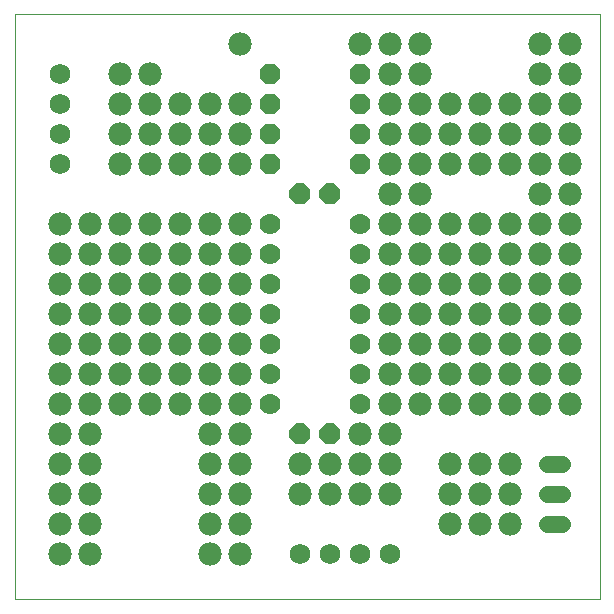
<source format=gts>
G75*
G70*
%OFA0B0*%
%FSLAX24Y24*%
%IPPOS*%
%LPD*%
%AMOC8*
5,1,8,0,0,1.08239X$1,22.5*
%
%ADD10C,0.0000*%
%ADD11OC8,0.0670*%
%ADD12C,0.0780*%
%ADD13OC8,0.0700*%
%ADD14C,0.0690*%
%ADD15C,0.0560*%
%ADD16C,0.0700*%
D10*
X000100Y000100D02*
X000100Y019600D01*
X019600Y019600D01*
X019600Y000100D01*
X000100Y000100D01*
D11*
X008600Y014600D03*
X008600Y015600D03*
X008600Y016600D03*
X008600Y017600D03*
X011600Y017600D03*
X011600Y016600D03*
X011600Y015600D03*
X011600Y014600D03*
D12*
X012600Y014600D03*
X012600Y013600D03*
X012600Y012600D03*
X012600Y011600D03*
X012600Y010600D03*
X012600Y009600D03*
X012600Y008600D03*
X012600Y007600D03*
X012600Y006600D03*
X012600Y005600D03*
X012600Y004600D03*
X012600Y003600D03*
X011600Y003600D03*
X011600Y004600D03*
X011600Y005600D03*
X010600Y004600D03*
X010600Y003600D03*
X009600Y003600D03*
X009600Y004600D03*
X007600Y004600D03*
X007600Y003600D03*
X007600Y002600D03*
X007600Y001600D03*
X006600Y001600D03*
X006600Y002600D03*
X006600Y003600D03*
X006600Y004600D03*
X006600Y005600D03*
X006600Y006600D03*
X006600Y007600D03*
X006600Y008600D03*
X006600Y009600D03*
X006600Y010600D03*
X006600Y011600D03*
X006600Y012600D03*
X005600Y012600D03*
X005600Y011600D03*
X005600Y010600D03*
X005600Y009600D03*
X005600Y008600D03*
X005600Y007600D03*
X005600Y006600D03*
X004600Y006600D03*
X004600Y007600D03*
X004600Y008600D03*
X004600Y009600D03*
X004600Y010600D03*
X004600Y011600D03*
X004600Y012600D03*
X003600Y012600D03*
X003600Y011600D03*
X003600Y010600D03*
X003600Y009600D03*
X003600Y008600D03*
X003600Y007600D03*
X003600Y006600D03*
X002600Y006600D03*
X002600Y005600D03*
X002600Y004600D03*
X002600Y003600D03*
X002600Y002600D03*
X002600Y001600D03*
X001600Y001600D03*
X001600Y002600D03*
X001600Y003600D03*
X001600Y004600D03*
X001600Y005600D03*
X001600Y006600D03*
X001600Y007600D03*
X001600Y008600D03*
X001600Y009600D03*
X001600Y010600D03*
X001600Y011600D03*
X001600Y012600D03*
X002600Y012600D03*
X002600Y011600D03*
X002600Y010600D03*
X002600Y009600D03*
X002600Y008600D03*
X002600Y007600D03*
X007600Y007600D03*
X007600Y006600D03*
X007600Y005600D03*
X007600Y008600D03*
X007600Y009600D03*
X007600Y010600D03*
X007600Y011600D03*
X007600Y012600D03*
X007600Y014600D03*
X007600Y015600D03*
X007600Y016600D03*
X006600Y016600D03*
X006600Y015600D03*
X006600Y014600D03*
X005600Y014600D03*
X005600Y015600D03*
X005600Y016600D03*
X004600Y016600D03*
X004600Y015600D03*
X004600Y014600D03*
X003600Y014600D03*
X003600Y015600D03*
X003600Y016600D03*
X003600Y017600D03*
X004600Y017600D03*
X007600Y018600D03*
X011600Y018600D03*
X012600Y018600D03*
X012600Y017600D03*
X012600Y016600D03*
X012600Y015600D03*
X013600Y015600D03*
X013600Y014600D03*
X013600Y013600D03*
X014600Y014600D03*
X014600Y015600D03*
X014600Y016600D03*
X013600Y016600D03*
X013600Y017600D03*
X013600Y018600D03*
X015600Y016600D03*
X015600Y015600D03*
X015600Y014600D03*
X016600Y014600D03*
X016600Y015600D03*
X016600Y016600D03*
X017600Y016600D03*
X017600Y015600D03*
X017600Y014600D03*
X017600Y013600D03*
X018600Y013600D03*
X018600Y014600D03*
X018600Y015600D03*
X018600Y016600D03*
X018600Y017600D03*
X018600Y018600D03*
X017600Y018600D03*
X017600Y017600D03*
X017600Y012600D03*
X017600Y011600D03*
X017600Y010600D03*
X017600Y009600D03*
X017600Y008600D03*
X017600Y007600D03*
X017600Y006600D03*
X016600Y006600D03*
X016600Y007600D03*
X016600Y008600D03*
X016600Y009600D03*
X016600Y010600D03*
X016600Y011600D03*
X016600Y012600D03*
X015600Y012600D03*
X015600Y011600D03*
X015600Y010600D03*
X015600Y009600D03*
X015600Y008600D03*
X015600Y007600D03*
X015600Y006600D03*
X014600Y006600D03*
X014600Y007600D03*
X014600Y008600D03*
X014600Y009600D03*
X014600Y010600D03*
X014600Y011600D03*
X014600Y012600D03*
X013600Y012600D03*
X013600Y011600D03*
X013600Y010600D03*
X013600Y009600D03*
X013600Y008600D03*
X013600Y007600D03*
X013600Y006600D03*
X014600Y004600D03*
X014600Y003600D03*
X014600Y002600D03*
X015600Y002600D03*
X015600Y003600D03*
X015600Y004600D03*
X016600Y004600D03*
X016600Y003600D03*
X016600Y002600D03*
X018600Y006600D03*
X018600Y007600D03*
X018600Y008600D03*
X018600Y009600D03*
X018600Y010600D03*
X018600Y011600D03*
X018600Y012600D03*
D13*
X010600Y013600D03*
X009600Y013600D03*
X009600Y005600D03*
X010600Y005600D03*
D14*
X010600Y001600D03*
X009600Y001600D03*
X011600Y001600D03*
X012600Y001600D03*
X001600Y014600D03*
X001600Y015600D03*
X001600Y016600D03*
X001600Y017600D03*
D15*
X017840Y004600D02*
X018360Y004600D01*
X018360Y003600D02*
X017840Y003600D01*
X017840Y002600D02*
X018360Y002600D01*
D16*
X011600Y006600D03*
X011600Y007600D03*
X011600Y008600D03*
X011600Y009600D03*
X011600Y010600D03*
X011600Y011600D03*
X011600Y012600D03*
X008600Y012600D03*
X008600Y011600D03*
X008600Y010600D03*
X008600Y009600D03*
X008600Y008600D03*
X008600Y007600D03*
X008600Y006600D03*
M02*

</source>
